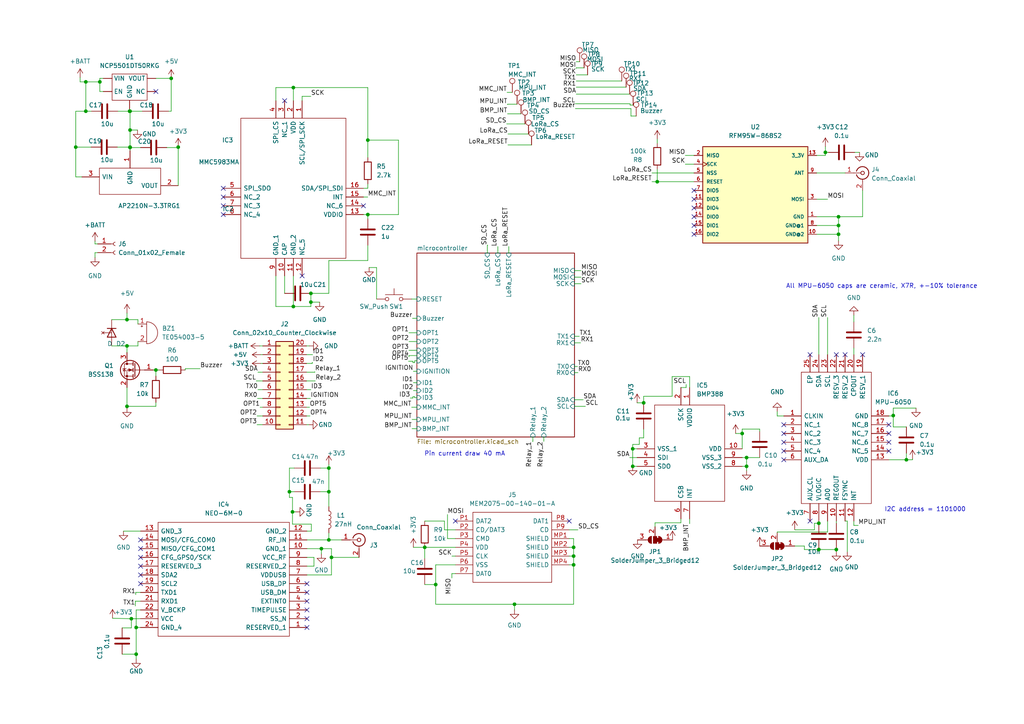
<source format=kicad_sch>
(kicad_sch (version 20211123) (generator eeschema)
  (paper "A4")
  (junction (at 85.09 25.4))
  (junction (at 106.68 62.23))
  (junction (at 36.83 100.33))
  (junction (at 166.37 158.75))
  (junction (at 239.395 44.196))
  (junction (at 126.365 169.545))
  (junction (at 242.57 159.385))
  (junction (at 37.719 37.719))
  (junction (at 28.956 23.749))
  (junction (at 95.377 156.591))
  (junction (at 83.947 142.621))
  (junction (at 123.19 158.75))
  (junction (at 37.719 42.799))
  (junction (at 243.205 65.405))
  (junction (at 243.205 62.865))
  (junction (at 49.657 22.733))
  (junction (at 24.892 32.258))
  (junction (at 95.377 135.763))
  (junction (at 21.971 42.672))
  (junction (at 237.49 151.765))
  (junction (at 39.497 181.991))
  (junction (at 215.265 125.73))
  (junction (at 36.83 117.856))
  (junction (at 36.83 92.71))
  (junction (at 39.497 189.738))
  (junction (at 37.719 32.258))
  (junction (at 262.89 133.35))
  (junction (at 183.515 130.175))
  (junction (at 51.689 42.672))
  (junction (at 166.37 163.83))
  (junction (at 106.68 40.64))
  (junction (at 37.719 42.672))
  (junction (at 90.17 87.63))
  (junction (at 183.515 135.255))
  (junction (at 93.218 159.131))
  (junction (at 96.139 161.671))
  (junction (at 90.17 85.09))
  (junction (at 237.49 159.385))
  (junction (at 216.535 132.715))
  (junction (at 259.08 120.523))
  (junction (at 216.535 135.255))
  (junction (at 85.09 88.9))
  (junction (at 37.592 32.258))
  (junction (at 38.1 179.451))
  (junction (at 24.892 23.749))
  (junction (at 166.37 161.29))
  (junction (at 190.627 52.705))
  (junction (at 45.212 107.315))
  (junction (at 186.69 116.84))
  (junction (at 95.377 142.621))
  (junction (at 84.836 148.463))
  (junction (at 149.225 175.26))
  (junction (at 243.205 67.945))
  (no_connect (at 45.212 26.543))
  (no_connect (at 89.027 181.991))
  (no_connect (at 40.767 169.291))
  (no_connect (at 89.027 174.371))
  (no_connect (at 40.767 161.671))
  (no_connect (at 82.55 29.21))
  (no_connect (at 201.295 65.405))
  (no_connect (at 227.33 128.27))
  (no_connect (at 89.027 169.291))
  (no_connect (at 245.11 102.87))
  (no_connect (at 257.81 125.73))
  (no_connect (at 234.95 151.13))
  (no_connect (at 132.08 151.13))
  (no_connect (at 87.63 80.01))
  (no_connect (at 64.77 62.23))
  (no_connect (at 257.81 130.81))
  (no_connect (at 89.027 176.911))
  (no_connect (at 227.33 133.35))
  (no_connect (at 89.027 179.451))
  (no_connect (at 40.767 159.131))
  (no_connect (at 257.81 123.19))
  (no_connect (at 201.295 55.245))
  (no_connect (at 242.57 102.87))
  (no_connect (at 201.295 57.785))
  (no_connect (at 201.295 62.865))
  (no_connect (at 227.33 123.19))
  (no_connect (at 89.027 171.831))
  (no_connect (at 40.767 166.751))
  (no_connect (at 257.81 128.27))
  (no_connect (at 64.77 54.61))
  (no_connect (at 40.767 164.211))
  (no_connect (at 64.77 57.15))
  (no_connect (at 165.1 151.13))
  (no_connect (at 105.41 59.69))
  (no_connect (at 201.295 67.945))
  (no_connect (at 64.77 59.69))
  (no_connect (at 227.33 125.73))
  (no_connect (at 40.767 156.591))
  (no_connect (at 250.19 102.87))
  (no_connect (at 234.95 102.87))
  (no_connect (at 227.33 130.81))
  (no_connect (at 201.295 60.325))
  (wire (pts (xy 40.767 171.831) (xy 39.37 171.831)))
  (wire (pts (xy 106.68 62.23) (xy 115.57 62.23)))
  (wire (pts (xy 123.19 169.545) (xy 126.365 169.545)))
  (wire (pts (xy 91.059 161.671) (xy 91.059 164.211)))
  (wire (pts (xy 166.624 106.299) (xy 167.513 106.299)))
  (wire (pts (xy 250.19 55.245) (xy 250.19 62.865)))
  (wire (pts (xy 236.855 62.865) (xy 243.205 62.865)))
  (wire (pts (xy 37.719 32.258) (xy 41.275 32.258)))
  (wire (pts (xy 147.066 26.797) (xy 148.59 26.797)))
  (wire (pts (xy 123.19 158.75) (xy 132.08 158.75)))
  (wire (pts (xy 90.17 85.09) (xy 95.377 85.09)))
  (wire (pts (xy 257.81 133.35) (xy 262.89 133.35)))
  (wire (pts (xy 119.507 121.666) (xy 120.904 121.666)))
  (wire (pts (xy 90.297 152.019) (xy 84.836 152.019)))
  (wire (pts (xy 123.19 151.13) (xy 128.905 151.13)))
  (wire (pts (xy 89.027 154.051) (xy 90.297 154.051)))
  (wire (pts (xy 213.36 125.73) (xy 215.265 125.73)))
  (wire (pts (xy 257.81 120.65) (xy 259.08 120.65)))
  (wire (pts (xy 39.878 37.719) (xy 37.719 37.719)))
  (wire (pts (xy 166.624 82.296) (xy 168.529 82.296)))
  (wire (pts (xy 34.163 32.258) (xy 37.592 32.258)))
  (wire (pts (xy 129.794 156.21) (xy 129.794 149.225)))
  (wire (pts (xy 259.08 123.825) (xy 259.08 120.65)))
  (wire (pts (xy 90.297 154.051) (xy 90.297 152.019)))
  (wire (pts (xy 230.505 153.67) (xy 236.22 153.67)))
  (wire (pts (xy 120.269 115.062) (xy 120.269 115.316)))
  (wire (pts (xy 109.22 86.741) (xy 109.22 77.597)))
  (wire (pts (xy 233.299 159.385) (xy 237.49 159.385)))
  (wire (pts (xy 245.745 151.13) (xy 245.11 151.13)))
  (wire (pts (xy 37.592 32.258) (xy 37.719 32.258)))
  (wire (pts (xy 166.624 97.536) (xy 168.021 97.536)))
  (wire (pts (xy 154.559 126.746) (xy 154.559 128.016)))
  (wire (pts (xy 74.676 115.57) (xy 76.2 115.57)))
  (wire (pts (xy 216.535 135.255) (xy 216.535 136.525)))
  (wire (pts (xy 239.395 45.085) (xy 236.855 45.085)))
  (wire (pts (xy 39.497 176.911) (xy 40.767 176.911)))
  (wire (pts (xy 28.956 22.733) (xy 28.956 23.749)))
  (wire (pts (xy 38.1 182.118) (xy 38.1 179.451)))
  (wire (pts (xy 85.344 135.763) (xy 83.947 135.763)))
  (wire (pts (xy 23.241 22.479) (xy 23.241 23.749)))
  (wire (pts (xy 185.42 127) (xy 185.42 128.905)))
  (wire (pts (xy 82.55 80.01) (xy 82.55 85.09)))
  (wire (pts (xy 45.212 117.856) (xy 36.83 117.856)))
  (wire (pts (xy 45.212 22.733) (xy 49.657 22.733)))
  (wire (pts (xy 197.485 150.495) (xy 197.485 151.638)))
  (wire (pts (xy 183.007 31.496) (xy 183.007 33.655)))
  (wire (pts (xy 95.377 142.621) (xy 95.377 146.939)))
  (wire (pts (xy 39.37 171.831) (xy 39.37 172.466)))
  (wire (pts (xy 105.41 54.61) (xy 106.68 54.61)))
  (wire (pts (xy 92.964 135.763) (xy 95.377 135.763)))
  (wire (pts (xy 167.132 23.495) (xy 180.34 23.495)))
  (wire (pts (xy 262.89 123.825) (xy 259.08 123.825)))
  (wire (pts (xy 147.32 42.037) (xy 154.178 42.037)))
  (wire (pts (xy 147.193 30.226) (xy 147.193 30.353)))
  (wire (pts (xy 88.9 100.33) (xy 89.662 100.33)))
  (wire (pts (xy 96.139 161.671) (xy 96.139 159.131)))
  (wire (pts (xy 167.132 17.907) (xy 168.148 17.907)))
  (wire (pts (xy 21.971 42.672) (xy 21.971 32.258)))
  (wire (pts (xy 128.905 151.13) (xy 128.905 153.67)))
  (wire (pts (xy 83.947 144.272) (xy 83.947 142.621)))
  (wire (pts (xy 247.65 151.13) (xy 247.65 152.4)))
  (wire (pts (xy 167.132 19.812) (xy 167.132 19.685)))
  (wire (pts (xy 115.57 40.64) (xy 106.68 40.64)))
  (wire (pts (xy 166.37 158.75) (xy 166.37 156.21)))
  (wire (pts (xy 95.377 85.09) (xy 95.377 75.565)))
  (wire (pts (xy 200.025 150.495) (xy 200.025 151.892)))
  (wire (pts (xy 167.132 25.273) (xy 181.61 25.273)))
  (wire (pts (xy 119.507 124.333) (xy 120.904 124.333)))
  (wire (pts (xy 95.377 154.559) (xy 95.377 156.591)))
  (wire (pts (xy 194.945 114.935) (xy 194.945 109.22)))
  (wire (pts (xy 123.19 158.75) (xy 123.19 161.925)))
  (wire (pts (xy 259.08 118.364) (xy 259.08 120.523)))
  (wire (pts (xy 165.1 158.75) (xy 166.37 158.75)))
  (wire (pts (xy 237.49 92.075) (xy 237.49 102.87)))
  (wire (pts (xy 96.139 166.751) (xy 96.139 161.671)))
  (wire (pts (xy 118.618 101.6) (xy 120.904 101.6)))
  (wire (pts (xy 147.32 38.862) (xy 153.289 38.862)))
  (wire (pts (xy 46.101 107.315) (xy 45.212 107.315)))
  (wire (pts (xy 39.243 174.371) (xy 39.243 175.768)))
  (wire (pts (xy 115.57 62.23) (xy 115.57 40.64)))
  (wire (pts (xy 243.205 62.865) (xy 243.205 65.405)))
  (wire (pts (xy 198.755 45.085) (xy 201.295 45.085)))
  (wire (pts (xy 225.425 120.65) (xy 225.425 119.38)))
  (wire (pts (xy 45.212 109.093) (xy 45.212 107.315)))
  (wire (pts (xy 74.803 107.95) (xy 76.2 107.95)))
  (wire (pts (xy 89.027 159.131) (xy 93.218 159.131)))
  (wire (pts (xy 264.668 133.35) (xy 262.89 133.35)))
  (wire (pts (xy 166.624 115.951) (xy 169.164 115.951)))
  (wire (pts (xy 84.836 148.463) (xy 84.836 144.272)))
  (wire (pts (xy 51.689 42.799) (xy 51.689 53.848)))
  (wire (pts (xy 126.365 163.83) (xy 126.365 169.545)))
  (wire (pts (xy 126.365 169.545) (xy 126.365 175.26)))
  (wire (pts (xy 157.734 126.746) (xy 157.734 128.016)))
  (wire (pts (xy 118.999 115.443) (xy 119.761 115.443)))
  (wire (pts (xy 32.385 100.33) (xy 36.83 100.33)))
  (wire (pts (xy 183.515 128.905) (xy 183.515 130.175)))
  (wire (pts (xy 118.618 99.06) (xy 120.904 99.06)))
  (wire (pts (xy 182.753 30.099) (xy 182.753 30.48)))
  (wire (pts (xy 167.132 19.685) (xy 169.418 19.685)))
  (wire (pts (xy 236.855 65.405) (xy 243.205 65.405)))
  (wire (pts (xy 243.205 65.405) (xy 243.205 67.945)))
  (wire (pts (xy 90.17 87.63) (xy 92.71 87.63)))
  (wire (pts (xy 236.22 153.67) (xy 236.22 151.765)))
  (wire (pts (xy 243.205 67.945) (xy 243.205 69.85)))
  (wire (pts (xy 167.132 27.305) (xy 182.626 27.305)))
  (wire (pts (xy 48.895 32.258) (xy 49.657 32.258)))
  (wire (pts (xy 89.027 161.671) (xy 91.059 161.671)))
  (wire (pts (xy 35.814 154.051) (xy 40.767 154.051)))
  (wire (pts (xy 38.1 179.451) (xy 40.767 179.451)))
  (wire (pts (xy 118.491 104.775) (xy 119.761 104.775)))
  (wire (pts (xy 88.9 107.95) (xy 91.313 107.95)))
  (wire (pts (xy 36.83 112.395) (xy 36.83 117.856)))
  (wire (pts (xy 128.905 153.67) (xy 132.08 153.67)))
  (wire (pts (xy 166.37 156.21) (xy 165.1 156.21)))
  (wire (pts (xy 84.836 148.463) (xy 85.725 148.463)))
  (wire (pts (xy 216.535 132.715) (xy 216.535 135.255)))
  (wire (pts (xy 92.964 142.621) (xy 95.377 142.621)))
  (wire (pts (xy 215.265 124.46) (xy 220.345 124.46)))
  (wire (pts (xy 75.692 102.87) (xy 76.2 102.87)))
  (wire (pts (xy 36.83 100.33) (xy 40.005 100.33)))
  (wire (pts (xy 182.626 132.715) (xy 184.785 132.715)))
  (wire (pts (xy 242.57 151.13) (xy 242.57 151.765)))
  (wire (pts (xy 32.639 179.324) (xy 38.1 179.451)))
  (wire (pts (xy 40.005 93.98) (xy 40.005 92.71)))
  (wire (pts (xy 247.65 152.4) (xy 248.92 152.4)))
  (wire (pts (xy 87.63 27.94) (xy 90.17 27.94)))
  (wire (pts (xy 119.38 86.741) (xy 120.904 86.741)))
  (wire (pts (xy 39.497 191.135) (xy 39.497 189.738)))
  (wire (pts (xy 119.761 104.775) (xy 119.761 105.156)))
  (wire (pts (xy 120.269 115.316) (xy 120.904 115.316)))
  (wire (pts (xy 95.377 75.565) (xy 106.68 75.565)))
  (wire (pts (xy 106.68 62.23) (xy 106.68 63.5)))
  (wire (pts (xy 89.027 164.211) (xy 91.059 164.211)))
  (wire (pts (xy 120.269 105.156) (xy 120.269 104.648)))
  (wire (pts (xy 36.83 117.856) (xy 36.83 118.364)))
  (wire (pts (xy 88.9 105.41) (xy 90.551 105.41)))
  (wire (pts (xy 39.497 181.991) (xy 40.767 181.991)))
  (wire (pts (xy 237.49 151.13) (xy 237.49 151.765)))
  (wire (pts (xy 236.855 57.785) (xy 240.03 57.785)))
  (wire (pts (xy 96.139 161.671) (xy 104.14 161.671)))
  (wire (pts (xy 149.225 175.26) (xy 166.37 175.26)))
  (wire (pts (xy 95.377 156.591) (xy 99.06 156.591)))
  (wire (pts (xy 216.535 132.715) (xy 220.345 132.715)))
  (wire (pts (xy 37.719 42.799) (xy 40.767 42.799)))
  (wire (pts (xy 239.395 44.196) (xy 240.284 44.196)))
  (wire (pts (xy 93.218 159.131) (xy 96.139 159.131)))
  (wire (pts (xy 131.064 166.37) (xy 132.08 166.37)))
  (wire (pts (xy 166.878 31.496) (xy 183.007 31.496)))
  (wire (pts (xy 240.03 92.075) (xy 240.03 102.87)))
  (wire (pts (xy 36.83 90.805) (xy 36.83 92.71)))
  (wire (pts (xy 154.559 128.016) (xy 154.432 128.016)))
  (wire (pts (xy 90.17 85.09) (xy 90.17 87.63)))
  (wire (pts (xy 37.719 42.799) (xy 37.719 43.688)))
  (wire (pts (xy 247.65 100.965) (xy 247.65 102.87)))
  (wire (pts (xy 166.624 108.077) (xy 167.64 108.077)))
  (wire (pts (xy 141.351 71.12) (xy 141.478 71.12)))
  (wire (pts (xy 147.574 71.501) (xy 147.574 73.406)))
  (wire (pts (xy 189.103 50.165) (xy 201.295 50.165)))
  (wire (pts (xy 21.971 32.258) (xy 24.892 32.258)))
  (wire (pts (xy 239.395 42.545) (xy 239.395 44.196)))
  (wire (pts (xy 83.947 142.621) (xy 85.344 142.621)))
  (wire (pts (xy 23.241 23.749) (xy 24.892 23.749)))
  (wire (pts (xy 21.971 51.308) (xy 21.971 42.672)))
  (wire (pts (xy 27.559 70.739) (xy 27.559 69.977)))
  (wire (pts (xy 186.69 114.935) (xy 194.945 114.935)))
  (wire (pts (xy 189.992 151.638) (xy 197.485 151.638)))
  (wire (pts (xy 90.17 88.9) (xy 85.09 88.9)))
  (wire (pts (xy 88.9 113.03) (xy 90.17 113.03)))
  (wire (pts (xy 200.025 109.22) (xy 200.025 112.395)))
  (wire (pts (xy 87.63 29.21) (xy 87.63 27.94)))
  (wire (pts (xy 106.68 25.4) (xy 85.09 25.4)))
  (wire (pts (xy 37.719 37.719) (xy 37.719 42.672)))
  (wire (pts (xy 53.721 106.934) (xy 53.721 107.315)))
  (wire (pts (xy 190.627 40.386) (xy 190.627 41.529)))
  (wire (pts (xy 194.945 109.22) (xy 200.025 109.22)))
  (wire (pts (xy 190.627 52.705) (xy 201.295 52.705)))
  (wire (pts (xy 119.634 92.329) (xy 120.904 92.329)))
  (wire (pts (xy 24.892 23.749) (xy 28.956 23.749)))
  (wire (pts (xy 166.37 161.29) (xy 166.37 158.75)))
  (wire (pts (xy 37.719 42.672) (xy 37.719 42.799)))
  (wire (pts (xy 95.377 135.763) (xy 95.377 142.621)))
  (wire (pts (xy 120.269 104.648) (xy 120.904 104.648)))
  (wire (pts (xy 118.618 103.124) (xy 120.904 103.124)))
  (wire (pts (xy 35.433 182.118) (xy 38.1 182.118)))
  (wire (pts (xy 126.365 175.26) (xy 149.225 175.26)))
  (wire (pts (xy 215.265 130.175) (xy 215.265 125.73)))
  (wire (pts (xy 88.9 115.57) (xy 90.043 115.57)))
  (wire (pts (xy 91.313 107.95) (xy 91.313 107.823)))
  (wire (pts (xy 183.515 130.175) (xy 183.515 135.255)))
  (wire (pts (xy 95.377 134.747) (xy 95.377 135.763)))
  (wire (pts (xy 245.745 160.02) (xy 245.745 151.13)))
  (wire (pts (xy 88.9 118.11) (xy 89.789 118.11)))
  (wire (pts (xy 166.878 30.099) (xy 182.753 30.099)))
  (wire (pts (xy 37.719 32.258) (xy 37.719 37.719)))
  (wire (pts (xy 215.265 135.255) (xy 216.535 135.255)))
  (wire (pts (xy 85.09 29.21) (xy 85.09 25.4)))
  (wire (pts (xy 75.692 105.41) (xy 76.2 105.41)))
  (wire (pts (xy 240.03 154.305) (xy 225.425 154.305)))
  (wire (pts (xy 149.987 30.226) (xy 147.193 30.226)))
  (wire (pts (xy 237.49 159.385) (xy 242.57 159.385)))
  (wire (pts (xy 90.17 87.63) (xy 90.17 88.9)))
  (wire (pts (xy 37.592 32.258) (xy 37.592 31.623)))
  (wire (pts (xy 199.009 112.395) (xy 199.009 111.506)))
  (wire (pts (xy 119.888 110.998) (xy 120.904 110.998)))
  (wire (pts (xy 24.892 23.749) (xy 24.892 32.258)))
  (wire (pts (xy 106.68 40.64) (xy 106.68 25.4)))
  (wire (pts (xy 225.425 154.305) (xy 225.425 154.559)))
  (wire (pts (xy 119.888 158.75) (xy 123.19 158.75)))
  (wire (pts (xy 76.2 120.65) (xy 74.549 120.65)))
  (wire (pts (xy 242.57 159.385) (xy 242.57 160.02)))
  (wire (pts (xy 215.265 125.73) (xy 215.265 124.46)))
  (wire (pts (xy 74.803 113.03) (xy 76.2 113.03)))
  (wire (pts (xy 165.1 161.29) (xy 166.37 161.29)))
  (wire (pts (xy 119.888 113.284) (xy 120.904 113.284)))
  (wire (pts (xy 36.83 92.71) (xy 32.385 92.71)))
  (wire (pts (xy 243.205 62.865) (xy 250.19 62.865)))
  (wire (pts (xy 166.624 117.856) (xy 169.799 117.856)))
  (wire (pts (xy 118.618 103.505) (xy 118.618 103.124)))
  (wire (pts (xy 28.956 26.543) (xy 29.972 26.543)))
  (wire (pts (xy 198.755 47.625) (xy 201.295 47.625)))
  (wire (pts (xy 105.41 57.15) (xy 106.68 57.15)))
  (wire (pts (xy 106.68 45.72) (xy 106.68 40.64)))
  (wire (pts (xy 184.785 135.255) (xy 183.515 135.255)))
  (wire (pts (xy 35.433 189.738) (xy 39.497 189.738)))
  (wire (pts (xy 265.684 118.364) (xy 259.08 118.364)))
  (wire (pts (xy 165.1 163.83) (xy 166.37 163.83)))
  (wire (pts (xy 85.09 25.4) (xy 80.01 25.4)))
  (wire (pts (xy 28.321 70.739) (xy 27.559 70.739)))
  (wire (pts (xy 75.311 100.33) (xy 76.2 100.33)))
  (wire (pts (xy 29.972 22.733) (xy 28.956 22.733)))
  (wire (pts (xy 185.42 128.905) (xy 183.515 128.905)))
  (wire (pts (xy 75.438 118.11) (xy 76.2 118.11)))
  (wire (pts (xy 39.497 189.738) (xy 39.497 181.991)))
  (wire (pts (xy 27.559 73.279) (xy 27.559 74.676)))
  (wire (pts (xy 147.193 33.02) (xy 151.13 33.02)))
  (wire (pts (xy 239.395 44.196) (xy 239.395 45.085)))
  (wire (pts (xy 39.497 181.991) (xy 39.497 176.911)))
  (wire (pts (xy 80.01 80.01) (xy 80.01 88.9)))
  (wire (pts (xy 233.299 158.369) (xy 233.299 159.385)))
  (wire (pts (xy 230.505 158.369) (xy 233.299 158.369)))
  (wire (pts (xy 119.761 115.443) (xy 119.761 115.062)))
  (wire (pts (xy 119.761 115.062) (xy 120.269 115.062)))
  (wire (pts (xy 166.624 99.441) (xy 168.402 99.441)))
  (wire (pts (xy 166.37 175.26) (xy 166.37 163.83)))
  (wire (pts (xy 88.9 110.49) (xy 91.44 110.49)))
  (wire (pts (xy 105.41 62.23) (xy 106.68 62.23)))
  (wire (pts (xy 131.064 166.37) (xy 131.064 167.64)))
  (wire (pts (xy 131.064 161.29) (xy 132.08 161.29)))
  (wire (pts (xy 247.65 91.44) (xy 247.65 93.345)))
  (wire (pts (xy 262.89 133.35) (xy 262.89 131.445)))
  (wire (pts (xy 88.9 123.19) (xy 89.535 123.19)))
  (wire (pts (xy 89.027 166.751) (xy 96.139 166.751)))
  (wire (pts (xy 146.939 35.941) (xy 152.273 35.941)))
  (wire (pts (xy 24.892 32.258) (xy 26.543 32.258)))
  (wire (pts (xy 28.956 23.749) (xy 28.956 26.543)))
  (wire (pts (xy 166.37 163.83) (xy 166.37 161.29)))
  (wire (pts (xy 74.295 110.49) (xy 76.2 110.49)))
  (wire (pts (xy 119.888 107.696) (xy 120.904 107.696)))
  (wire (pts (xy 240.03 151.13) (xy 240.03 154.305)))
  (wire (pts (xy 132.08 163.83) (xy 126.365 163.83)))
  (wire (pts (xy 80.01 88.9) (xy 85.09 88.9)))
  (wire (pts (xy 45.212 116.713) (xy 45.212 117.856)))
  (wire (pts (xy 166.624 80.391) (xy 168.529 80.391)))
  (wire (pts (xy 21.971 42.672) (xy 26.416 42.672)))
  (wire (pts (xy 197.485 112.395) (xy 199.009 112.395)))
  (wire (pts (xy 184.785 116.84) (xy 186.69 116.84)))
  (wire (pts (xy 83.947 135.763) (xy 83.947 142.621)))
  (wire (pts (xy 40.005 100.33) (xy 40.005 99.06)))
  (wire (pts (xy 185.42 127) (xy 186.69 127)))
  (wire (pts (xy 183.515 130.175) (xy 184.785 130.175)))
  (wire (pts (xy 165.1 153.67) (xy 167.64 153.67)))
  (wire (pts (xy 166.624 78.486) (xy 168.529 78.486)))
  (wire (pts (xy 186.69 127) (xy 186.69 124.46)))
  (wire (pts (xy 119.38 118.11) (xy 120.904 118.11)))
  (wire (pts (xy 85.09 88.9) (xy 85.09 80.01)))
  (wire (pts (xy 80.01 25.4) (xy 80.01 29.21)))
  (wire (pts (xy 48.387 42.799) (xy 51.689 42.799)))
  (wire (pts (xy 236.22 151.765) (xy 237.49 151.765)))
  (wire (pts (xy 119.761 105.156) (xy 120.269 105.156)))
  (wire (pts (xy 90.551 105.156) (xy 90.678 105.156)))
  (wire (pts (xy 220.345 124.46) (xy 220.345 125.095)))
  (wire (pts (xy 93.218 159.131) (xy 93.218 160.655)))
  (wire (pts (xy 23.749 51.308) (xy 21.971 51.308)))
  (wire (pts (xy 40.767 174.371) (xy 39.243 174.371)))
  (wire (pts (xy 90.551 105.41) (xy 90.551 105.156)))
  (wire (pts (xy 132.08 156.21) (xy 129.794 156.21)))
  (wire (pts (xy 141.351 73.406) (xy 141.351 71.12)))
  (wire (pts (xy 45.212 107.315) (xy 44.45 107.315)))
  (wire (pts (xy 215.265 132.715) (xy 216.535 132.715)))
  (wire (pts (xy 49.657 32.258) (xy 49.657 22.733)))
  (wire (pts (xy 144.399 71.501) (xy 144.399 73.406)))
  (wire (pts (xy 58.039 106.934) (xy 53.721 106.934)))
  (wire (pts (xy 89.027 156.591) (xy 95.377 156.591)))
  (wire (pts (xy 190.627 49.149) (xy 190.627 52.705)))
  (wire (pts (xy 84.836 144.272) (xy 83.947 144.272)))
  (wire (pts (xy 167.132 21.717) (xy 170.434 21.717)))
  (wire (pts (xy 236.855 67.945) (xy 243.205 67.945)))
  (wire (pts (xy 182.753 30.48) (xy 183.642 30.48)))
  (wire (pts (xy 36.83 100.33) (xy 36.83 102.235)))
  (wire (pts (xy 107.061 77.597) (xy 109.22 77.597)))
  (wire (pts (xy 34.036 42.672) (xy 37.719 42.672)))
  (wire (pts (xy 247.904 44.196) (xy 249.301 44.196)))
  (wire (pts (xy 106.68 75.565) (xy 106.68 71.12)))
  (wire (pts (xy 27.559 73.279) (xy 28.321 73.279)))
  (wire (pts (xy 40.005 92.71) (xy 36.83 92.71)))
  (wire (pts (xy 76.2 123.19) (xy 74.549 123.19)))
  (wire (pts (xy 186.69 116.84) (xy 186.69 114.935)))
  (wire (pts (xy 227.33 120.65) (xy 225.425 120.65)))
  (wire (pts (xy 88.9 102.87) (xy 90.678 102.87)))
  (wire (pts (xy 189.992 151.638) (xy 189.992 152.781)))
  (wire (pts (xy 88.9 120.65) (xy 89.916 120.65)))
  (wire (pts (xy 236.855 50.165) (xy 245.11 50.165)))
  (wire (pts (xy 106.68 54.61) (xy 106.68 53.34)))
  (wire (pts (xy 264.668 133.096) (xy 264.668 133.35)))
  (wire (pts (xy 149.225 176.911) (xy 149.225 175.26)))
  (wire (pts (xy 118.618 96.52) (xy 120.904 96.52)))
  (wire (pts (xy 183.007 33.655) (xy 184.531 33.655)))
  (wire (pts (xy 189.103 52.705) (xy 190.627 52.705)))
  (wire (pts (xy 84.836 152.019) (xy 84.836 148.463)))
  (text "I2C address = 1101000" (at 256.54 148.59 0) (effects (font (size 1.27 1.27)) (justify left bottom)))
  (text "All MPU-6050 caps are ceramic, X7R, +-10% tolerance" (at 227.965 83.82 0) (effects (font (size 1.27 1.27)) (justify left bottom)))
  (text "Pin current draw 40 mA\n" (at 123.063 132.461 0) (effects (font (size 1.27 1.27)) (justify left bottom)))
  (label "RX0" (at 167.64 108.077 0))
  (label "SCL" (at 240.03 92.075 90))
  (label "Buzzer" (at 119.634 92.329 180))
  (label "LoRa_CS" (at 147.32 38.862 180))
  (label "SDA" (at 74.803 107.95 180))
  (label "SD_CS" (at 141.478 71.12 90))
  (label "RX1" (at 167.132 25.273 180))
  (label "BMP_INT" (at 119.507 124.333 180))
  (label "TX0" (at 74.803 113.03 180))
  (label "SCL" (at 166.878 30.099 180))
  (label "SD_CS" (at 167.64 153.67 0))
  (label "MPU_INT" (at 248.92 152.4 0))
  (label "TX1" (at 168.021 97.536 0))
  (label "OPT1" (at 75.438 118.11 180))
  (label "SCK" (at 90.17 27.94 0))
  (label "MISO" (at 167.132 17.907 180))
  (label "MPU_INT" (at 147.193 30.353 180))
  (label "LoRa_CS" (at 144.399 71.501 90))
  (label "OPT3" (at 118.618 101.6 180))
  (label "SCK" (at 168.529 82.296 0))
  (label "SCK" (at 167.132 21.717 180))
  (label "OPT4" (at 118.618 103.505 180))
  (label "ID2" (at 90.678 105.156 0))
  (label "BMP_INT" (at 200.025 151.892 270))
  (label "MMC_INT" (at 119.38 118.11 180))
  (label "SCK" (at 131.064 161.29 180))
  (label "OPT2" (at 118.618 99.06 180))
  (label "LoRa_CS" (at 189.103 50.165 180))
  (label "ID3" (at 90.17 113.03 0))
  (label "SCK" (at 198.755 47.625 180))
  (label "MISO" (at 168.529 78.486 0))
  (label "MOSI" (at 129.794 149.225 0))
  (label "MOSI" (at 168.529 80.391 0))
  (label "SDA" (at 237.49 92.075 90))
  (label "Relay_1" (at 91.313 107.823 0))
  (label "IGNITION" (at 90.043 115.57 0))
  (label "SDA" (at 167.132 27.305 180))
  (label "Relay_2" (at 157.734 128.016 270))
  (label "Relay_1" (at 154.432 128.016 270))
  (label "SCL" (at 74.295 110.49 180))
  (label "SDA" (at 169.164 115.951 0))
  (label "MMC_INT" (at 106.68 57.15 0))
  (label "TX0" (at 167.513 106.299 0))
  (label "OPT3" (at 74.549 123.19 180))
  (label "ID1" (at 119.888 110.998 180))
  (label "MMC_INT" (at 147.066 26.797 180))
  (label "SD_CS" (at 146.939 35.941 180))
  (label "LoRa_RESET" (at 147.574 71.501 90))
  (label "RX0" (at 74.676 115.57 180))
  (label "MOSI" (at 167.132 19.812 180))
  (label "OPT5" (at 118.491 104.775 180))
  (label "SCL" (at 199.009 111.506 180))
  (label "LoRa_RESET" (at 189.103 52.705 180))
  (label "Buzzer" (at 166.878 31.496 180))
  (label "TX1" (at 39.243 175.768 180))
  (label "ID1" (at 90.678 102.87 0))
  (label "RX1" (at 39.37 172.466 180))
  (label "RX1" (at 168.402 99.441 0))
  (label "TX1" (at 167.132 23.495 180))
  (label "IGNITION" (at 119.888 107.696 180))
  (label "Relay_2" (at 91.44 110.49 0))
  (label "ID3" (at 118.999 115.443 180))
  (label "OPT2" (at 74.549 120.65 180))
  (label "SDA" (at 182.626 132.715 180))
  (label "OPT1" (at 118.618 96.52 180))
  (label "MISO" (at 131.064 167.64 270))
  (label "BMP_INT" (at 147.193 33.02 180))
  (label "LoRa_RESET" (at 147.32 42.037 180))
  (label "SCL" (at 169.799 117.856 0))
  (label "OPT4" (at 89.916 120.65 0))
  (label "OPT5" (at 89.789 118.11 0))
  (label "Buzzer" (at 58.039 106.934 0))
  (label "ID2" (at 119.888 113.284 180))
  (label "MPU_INT" (at 119.507 121.666 180))
  (label "MOSI" (at 240.03 57.785 0))
  (label "MISO" (at 198.755 45.085 180))
  (symbol (lib_id "custom:NCP5501DT50RKG") (at 36.322 20.193 0) (unit 1)
    (property "Reference" "U1" (at 37.592 16.51 0))
    (property "Value" "NCP5501DT50RKG" (at 37.592 19.05 0))
    (property "Footprint" "Footprint:NCP5501DT50RKG" (effects hide))
  )
  (symbol (lib_id "Device:C") (at 186.69 120.65 0) (mirror y) (unit 1)
    (property "Reference" "C11" (at 178.816 119.253 0) (effects (justify right)))
    (property "Value" "0.1u" (at 178.435 121.285 0) (effects (justify right)))
    (property "Footprint" "Capacitor_SMD:C_0603_1608Metric" (effects hide))
  )
  (symbol (lib_id "power:GND") (at 265.684 118.364 0) (unit 1)
    (property "Reference" "#PWR037" (effects hide))
    (property "Value" "GND" (at 265.684 123.444 0))
  )
  (symbol (lib_id "power:+3V3") (at 95.377 134.747 0) (unit 1)
    (property "Reference" "#PWR019" (effects hide))
    (property "Value" "+3V3" (at 97.536 131.445 0))
  )
  (symbol (lib_id "Device:C") (at 45.085 32.258 90) (unit 1)
    (property "Reference" "C18" (at 42.418 30.48 90))
    (property "Value" "10u" (at 45.847 35.941 90))
    (property "Footprint" "Capacitor_SMD:C_0603_1608Metric" (effects hide))
  )
  (symbol (lib_id "power:+BATT") (at 27.559 69.977 0) (unit 1)
    (property "Reference" "#PWR015" (effects hide))
    (property "Value" "+BATT" (at 27.559 65.278 0))
  )
  (symbol (lib_id "power:GND") (at 183.515 135.255 0) (unit 1)
    (property "Reference" "#PWR024" (effects hide))
    (property "Value" "GND" (at 187.325 137.16 0))
  )
  (symbol (lib_id "power:GND") (at 39.497 191.135 0) (unit 1)
    (property "Reference" "#PWR08" (effects hide))
    (property "Value" "GND" (at 39.497 194.691 0))
  )
  (symbol (lib_id "Device:R") (at 106.68 49.53 0) (unit 1)
    (property "Reference" "R5" (at 109.22 48.2599 0) (effects (justify left)))
    (property "Value" "2.7k" (at 109.22 50.7999 0) (effects (justify left)))
    (property "Footprint" "Resistor_SMD:R_0603_1608Metric" (effects hide))
  )
  (symbol (lib_id "Connector:TestPoint") (at 168.148 17.907 0) (unit 1)
    (property "Reference" "TP7" (at 168.656 12.954 0) (effects (justify left)))
    (property "Value" "MISO" (at 168.91 14.478 0) (effects (justify left)))
    (property "Footprint" "TestPoint:TestPoint_Pad_D1.0mm" (effects hide))
  )
  (symbol (lib_id "Connector:TestPoint") (at 169.418 19.685 0) (unit 1)
    (property "Reference" "TP8" (at 170.434 15.7481 0) (effects (justify left)))
    (property "Value" "MOSI" (at 170.18 17.145 0) (effects (justify left)))
    (property "Footprint" "TestPoint:TestPoint_Pad_D1.0mm" (effects hide))
  )
  (symbol (lib_id "Switch:SW_Push") (at 114.3 86.741 0) (unit 1)
    (property "Reference" "SW1" (at 114.935 88.9 0))
    (property "Value" "SW_Push" (at 108.458 88.9 0))
    (property "Footprint" "Footprint:PTS815SJK250SMTRLFS" (effects hide))
  )
  (symbol (lib_id "power:GND") (at 89.535 123.19 90) (unit 1)
    (property "Reference" "#PWR040" (effects hide))
    (property "Value" "GND" (at 92.329 123.19 90) (effects (justify right)))
  )
  (symbol (lib_id "power:GND") (at 39.878 37.719 0) (unit 1)
    (property "Reference" "#PWR07" (effects hide))
    (property "Value" "GND" (at 43.307 38.862 0))
  )
  (symbol (lib_id "Device:C") (at 242.57 155.575 0) (unit 1)
    (property "Reference" "C8" (at 246.38 154.3049 0) (effects (justify left)))
    (property "Value" "0.1u" (at 246.38 156.8449 0) (effects (justify left)))
    (property "Footprint" "Capacitor_SMD:C_0603_1608Metric" (effects hide))
  )
  (symbol (lib_id "Device:R") (at 190.627 45.339 180) (unit 1)
    (property "Reference" "R8" (at 186.309 46.355 0) (effects (justify left)))
    (property "Value" "100k" (at 187.579 43.815 0) (effects (justify left)))
    (property "Footprint" "Resistor_SMD:R_0603_1608Metric" (effects hide))
  )
  (symbol (lib_id "Device:C") (at 44.577 42.799 90) (unit 1)
    (property "Reference" "C20" (at 41.91 41.021 90))
    (property "Value" "10u" (at 45.339 46.482 90))
    (property "Footprint" "Capacitor_SMD:C_0603_1608Metric" (effects hide))
  )
  (symbol (lib_id "power:+3V3") (at 184.785 116.84 0) (unit 1)
    (property "Reference" "#PWR025" (effects hide))
    (property "Value" "+3V3" (at 183.007 116.459 90) (effects (justify left)))
  )
  (symbol (lib_id "power:+3V3") (at 119.888 158.75 0) (unit 1)
    (property "Reference" "#PWR022" (effects hide))
    (property "Value" "+3V3" (at 119.888 154.94 90) (effects (justify left)))
  )
  (symbol (lib_id "Connector:TestPoint") (at 184.531 33.655 0) (unit 1)
    (property "Reference" "TP14" (at 185.801 30.48 0) (effects (justify left)))
    (property "Value" "Buzzer" (at 185.674 32.131 0) (effects (justify left)))
    (property "Footprint" "TestPoint:TestPoint_Pad_D1.0mm" (effects hide))
  )
  (symbol (lib_id "power:+3V3") (at 51.689 42.672 0) (unit 1)
    (property "Reference" "#PWR010" (effects hide))
    (property "Value" "+3V3" (at 51.689 38.1 0))
  )
  (symbol (lib_id "power:GND") (at 149.225 176.911 0) (unit 1)
    (property "Reference" "#PWR023" (effects hide))
    (property "Value" "GND" (at 149.225 181.356 0))
  )
  (symbol (lib_id "Device:C") (at 262.89 127.635 0) (unit 1)
    (property "Reference" "C7" (at 266.7 126.3649 0) (effects (justify left)))
    (property "Value" "0.1u" (at 266.7 128.9049 0) (effects (justify left)))
    (property "Footprint" "Capacitor_SMD:C_0603_1608Metric" (effects hide))
  )
  (symbol (lib_id "power:+3V3") (at 32.639 179.324 0) (mirror y) (unit 1)
    (property "Reference" "#PWR03" (effects hide))
    (property "Value" "+3V3" (at 35.814 177.546 0))
  )
  (symbol (lib_id "Device:C") (at 35.433 185.928 0) (unit 1)
    (property "Reference" "C13" (at 28.956 189.357 90))
    (property "Value" "0.1u" (at 30.988 186.055 90))
    (property "Footprint" "Capacitor_SMD:C_0603_1608Metric" (effects hide))
  )
  (symbol (lib_id "Connector:TestPoint") (at 170.434 21.717 0) (unit 1)
    (property "Reference" "TP9" (at 171.196 18.542 0) (effects (justify left)))
    (property "Value" "SCK" (at 171.45 20.066 0) (effects (justify left)))
    (property "Footprint" "TestPoint:TestPoint_Pad_D1.0mm" (effects hide))
  )
  (symbol (lib_id "Device:C") (at 123.19 165.735 0) (unit 1)
    (property "Reference" "C16" (at 118.999 163.195 0) (effects (justify left)))
    (property "Value" "10u" (at 116.84 165.608 0) (effects (justify left)))
    (property "Footprint" "Capacitor_SMD:C_0603_1608Metric" (effects hide))
  )
  (symbol (lib_id "power:GND") (at 245.745 160.02 0) (unit 1)
    (property "Reference" "#PWR033" (effects hide))
    (property "Value" "GND" (at 247.015 164.465 0))
  )
  (symbol (lib_id "Connector:TestPoint") (at 153.289 38.862 0) (unit 1)
    (property "Reference" "TP5" (at 154.305 34.163 0) (effects (justify left)))
    (property "Value" "LoRa_CS" (at 153.924 35.941 0) (effects (justify left)))
    (property "Footprint" "TestPoint:TestPoint_Pad_D1.0mm" (effects hide))
  )
  (symbol (lib_id "power:GND") (at 85.725 148.463 90) (unit 1)
    (property "Reference" "#PWR014" (effects hide))
    (property "Value" "GND" (at 89.662 147.955 0))
  )
  (symbol (lib_id "Connector:TestPoint") (at 151.13 33.02 0) (unit 1)
    (property "Reference" "TP3" (at 151.384 27.051 0) (effects (justify left)))
    (property "Value" "BMP_INT" (at 151.511 28.956 0) (effects (justify left)))
    (property "Footprint" "TestPoint:TestPoint_Pad_D1.0mm" (effects hide))
  )
  (symbol (lib_id "Device:L") (at 95.377 150.749 0) (unit 1)
    (property "Reference" "L1" (at 97.663 149.4789 0) (effects (justify left)))
    (property "Value" "27nH" (at 97.028 152.019 0) (effects (justify left)))
    (property "Footprint" "Inductor_SMD:L_0402_1005Metric" (effects hide))
  )
  (symbol (lib_id "Device:C") (at 30.226 42.672 90) (unit 1)
    (property "Reference" "C19" (at 27.559 40.894 90))
    (property "Value" "10u" (at 30.988 46.355 90))
    (property "Footprint" "Capacitor_SMD:C_0603_1608Metric" (effects hide))
  )
  (symbol (lib_id "power:+5V") (at 36.83 90.805 0) (unit 1)
    (property "Reference" "#PWR04" (effects hide))
    (property "Value" "+5V" (at 36.83 85.09 0))
  )
  (symbol (lib_id "Device:C") (at 89.154 135.763 90) (unit 1)
    (property "Reference" "C14" (at 86.487 132.461 90))
    (property "Value" "47n" (at 90.551 132.461 90))
    (property "Footprint" "Capacitor_SMD:C_0603_1608Metric" (effects hide))
  )
  (symbol (lib_id "Device:R") (at 49.911 107.315 270) (mirror x) (unit 1)
    (property "Reference" "R6" (at 49.911 101.6 90))
    (property "Value" "100" (at 49.911 104.14 90))
    (property "Footprint" "Resistor_SMD:R_0603_1608Metric" (effects hide))
  )
  (symbol (lib_id "power:+5V") (at 49.657 22.733 0) (unit 1)
    (property "Reference" "#PWR09" (effects hide))
    (property "Value" "+5V" (at 49.657 17.78 0))
  )
  (symbol (lib_id "Device:C") (at 106.68 67.31 0) (unit 1)
    (property "Reference" "C22" (at 110.49 66.0399 0) (effects (justify left)))
    (property "Value" "1u" (at 110.49 68.5799 0) (effects (justify left)))
    (property "Footprint" "Capacitor_SMD:C_0603_1608Metric" (effects hide))
  )
  (symbol (lib_id "power:+3V3") (at 239.395 42.545 0) (unit 1)
    (property "Reference" "#PWR0102" (effects hide))
    (property "Value" "+3V3" (at 239.395 36.83 0))
  )
  (symbol (lib_id "Connector:TestPoint") (at 148.59 26.797 0) (unit 1)
    (property "Reference" "TP1" (at 147.32 19.05 0) (effects (justify left)))
    (property "Value" "MMC_INT" (at 147.32 21.59 0) (effects (justify left)))
    (property "Footprint" "TestPoint:TestPoint_Pad_D1.0mm" (effects hide))
  )
  (symbol (lib_id "Connector:TestPoint") (at 183.642 30.48 0) (unit 1)
    (property "Reference" "TP13" (at 184.658 27.051 0) (effects (justify left)))
    (property "Value" "SCL" (at 184.404 28.829 0) (effects (justify left)))
    (property "Footprint" "TestPoint:TestPoint_Pad_D1.0mm" (effects hide))
  )
  (symbol (lib_id "Jumper:SolderJumper_3_Bridged12") (at 225.425 158.369 180) (unit 1)
    (property "Reference" "JP2" (at 225.425 162.052 0))
    (property "Value" "SolderJumper_3_Bridged12" (at 225.425 164.592 0))
    (property "Footprint" "Jumper:SolderJumper-3_P1.3mm_Bridged12_Pad1.0x1.5mm_NumberLabels" (effects hide))
  )
  (symbol (lib_id "MMC5983MA:MMC5983MA") (at 64.77 54.61 0) (unit 1)
    (property "Reference" "IC3" (at 66.04 40.64 0))
    (property "Value" "MMC5983MA" (at 63.5 46.99 0))
    (property "Footprint" "Footprint:MMC5983MA" (effects hide))
    (property "Datasheet" "https://www.mouser.com/datasheet/2/821/Memsic_09102019_MMC5983MA_Datasheet_Rev_A-1635338.pdf" (effects hide))
    (property "Description" "3-AXIS MAGNETIC SENSOR" (effects hide))
    (property "Height" "1" (effects hide))
    (property "Manufacturer_Name" "MEMSIC" (effects hide))
    (property "Manufacturer_Part_Number" "MMC5983MA" (effects hide))
    (property "Mouser Part Number" "438-MMC5983MA" (effects hide))
    (property "Mouser Price/Stock" "https://www.mouser.co.uk/ProductDetail/MEMSIC/MMC5983MA?qs=B6kkDfuK7%2FD5qasHMdEt2g%3D%3D" (effects hide))
    (property "Arrow Part Number" "MMC5983MA" (effects hide))
    (property "Arrow Price/Stock" "https://www.arrow.com/en/products/mmc5983ma/memsic?region=europe" (effects hide))
  )
  (symbol (lib_id "power:+3V3") (at 264.668 133.096 0) (mirror y) (unit 1)
    (property "Reference" "#PWR036" (effects hide))
    (property "Value" "+3V3" (at 268.224 131.191 0))
  )
  (symbol (lib_id "power:GND") (at 225.425 119.38 180) (unit 1)
    (property "Reference" "#PWR030" (effects hide))
    (property "Value" "GND" (at 225.425 113.665 0))
  )
  (symbol (lib_id "power:+BATT") (at 75.311 100.33 90) (unit 1)
    (property "Reference" "#PWR011" (effects hide))
    (property "Value" "+BATT" (at 72.136 100.3299 90) (effects (justify left)))
  )
  (symbol (lib_id "AP2210N-3.3TRG1:AP2210N-3.3TRG1") (at 51.689 51.308 0) (mirror y) (unit 1)
    (property "Reference" "IC2" (at 66.167 60.579 0))
    (property "Value" "AP2210N-3.3TRG1" (at 43.307 59.69 0))
    (property "Footprint" "Footprint:SOT95P280X145-3N" (effects hide))
    (property "Datasheet" "https://datasheet.datasheetarchive.com/originals/distributors/Datasheets_SAMA/11c7b06ddc65ce3f1395e62eca004054.pdf" (effects hide))
    (property "Description" "DiodesZetex AP2210N-3.3TRG1, Low Noise LDO Voltage Regulator, 300mA, 3.3 V +/-2%, 2.5  13.2 Vin, 3-Pin SOT-23" (effects hide))
    (property "Height" "1.45" (effects hide))
    (property "Manufacturer_Name" "Diodes Inc." (effects hide))
    (property "Manufacturer_Part_Number" "AP2210N-3.3TRG1" (effects hide))
    (property "Mouser Part Number" "621-AP2210N-3.3TRG1" (effects hide))
    (property "Mouser Price/Stock" "https://www.mouser.co.uk/ProductDetail/Diodes-Incorporated/AP2210N-3.3TRG1?qs=x6A8l6qLYDCg5Ghihwjj3A%3D%3D" (effects hide))
    (property "Arrow Part Number" "AP2210N-3.3TRG1" (effects hide))
    (property "Arrow Price/Stock" "https://www.arrow.com/en/products/ap2210n-3.3trg1/diodes-incorporated?region=europe" (effects hide))
  )
  (symbol (lib_id "Device:R") (at 123.19 154.94 0) (unit 1)
    (property "Reference" "R9" (at 125.73 153.6699 0) (effects (justify left)))
    (property "Value" "10k" (at 125.73 156.2099 0) (effects (justify left)))
    (property "Footprint" "Resistor_SMD:R_0603_1608Metric" (effects hide))
  )
  (symbol (lib_id "power:+3V3") (at 230.505 153.67 0) (unit 1)
    (property "Reference" "#PWR031" (effects hide))
    (property "Value" "+3V3" (at 230.505 148.717 0))
  )
  (symbol (lib_id "power:+3V3") (at 195.072 156.591 0) (mirror y) (unit 1)
    (property "Reference" "#PWR044" (effects hide))
    (property "Value" "+3V3" (at 193.802 153.035 0))
  )
  (symbol (lib_id "power:GND") (at 35.814 154.051 0) (unit 1)
    (property "Reference" "#PWR06" (effects hide))
    (property "Value" "GND" (at 35.814 158.75 0))
  )
  (symbol (lib_id "power:GND") (at 216.535 136.525 0) (unit 1)
    (property "Reference" "#PWR029" (effects hide))
    (property "Value" "GND" (at 216.535 141.605 0))
  )
  (symbol (lib_id "power:GND") (at 107.061 77.597 0) (unit 1)
    (property "Reference" "#PWR021" (effects hide))
    (property "Value" "GND" (at 107.061 81.153 0))
  )
  (symbol (lib_id "power:GND") (at 184.912 156.591 0) (unit 1)
    (property "Reference" "#PWR027" (effects hide))
    (property "Value" "GND" (at 184.912 161.29 0))
  )
  (symbol (lib_id "Device:C") (at 244.094 44.196 90) (unit 1)
    (property "Reference" "C12" (at 244.094 36.83 90))
    (property "Value" "0.1u" (at 244.094 39.37 90))
    (property "Footprint" "Capacitor_SMD:C_0603_1608Metric" (effects hide))
  )
  (symbol (lib_id "power:+5V") (at 75.692 102.87 90) (unit 1)
    (property "Reference" "#PWR012" (effects hide))
    (property "Value" "+5V" (at 71.628 102.8699 90) (effects (justify left)))
  )
  (symbol (lib_id "Connector:TestPoint") (at 154.178 42.037 0) (unit 1)
    (property "Reference" "TP6" (at 154.94 37.846 0) (effects (justify left)))
    (property "Value" "LoRa_RESET" (at 155.321 39.624 0) (effects (justify left)))
    (property "Footprint" "TestPoint:TestPoint_Pad_D1.0mm" (effects hide))
  )
  (symbol (lib_id "power:+3V3") (at 220.345 158.369 0) (unit 1)
    (property "Reference" "#PWR045" (effects hide))
    (property "Value" "+3V3" (at 220.345 153.67 0))
  )
  (symbol (lib_id "Connector:TestPoint") (at 181.61 25.273 0) (unit 1)
    (property "Reference" "TP11" (at 182.626 21.3361 0) (effects (justify left)))
    (property "Value" "RX1" (at 182.372 22.733 0) (effects (justify left)))
    (property "Footprint" "TestPoint:TestPoint_Pad_D1.0mm" (effects hide))
  )
  (symbol (lib_id "Connector:TestPoint") (at 152.273 35.941 0) (unit 1)
    (property "Reference" "TP4" (at 152.781 30.607 0) (effects (justify left)))
    (property "Value" "SD_CS" (at 153.289 32.258 0) (effects (justify left)))
    (property "Footprint" "TestPoint:TestPoint_Pad_D1.0mm" (effects hide))
  )
  (symbol (lib_id "MPU-6050:MPU-6050") (at 227.33 120.65 0) (unit 1)
    (property "Reference" "IC6" (at 259.08 114.0712 0))
    (property "Value" "MPU-6050" (at 259.08 116.6112 0))
    (property "Footprint" "Footprint:MPU6050" (effects hide))
    (property "Datasheet" "https://product.tdk.com/system/files/dam/doc/product/sensor/mortion-inertial/imu/data_sheet/mpu-6000-datasheet1.pdf" (effects hide))
    (property "Description" "IMUs - Inertial Measurement Units 6-Axis MEMS MotionTracking  Device with DMP" (effects hide))
    (property "Height" "0.95" (effects hide))
    (property "Manufacturer_Name" "TDK" (effects hide))
    (property "Manufacturer_Part_Number" "MPU-6050" (effects hide))
    (property "Mouser Part Number" "410-MPU-6050" (effects hide))
    (property "Mouser Price/Stock" "https://www.mouser.co.uk/ProductDetail/TDK-InvenSense/MPU-6050?qs=u4fy%2FsgLU9O14B5JgyQFvg%3D%3D" (effects hide))
    (property "Arrow Part Number" "MPU-6050" (effects hide))
    (property "Arrow Price/Stock" "https://www.arrow.com/en/products/mpu-6050/invensense?region=nac" (effects hide))
  )
  (symbol (lib_id "power:GND") (at 27.559 74.676 0) (unit 1)
    (property "Reference" "#PWR0103" (effects hide))
    (property "Value" "GND" (at 27.559 80.01 0))
  )
  (symbol (lib_id "Device:C") (at 30.353 32.258 90) (unit 1)
    (property "Reference" "C17" (at 27.686 30.48 90))
    (property "Value" "10u" (at 31.115 35.941 90))
    (property "Footprint" "Capacitor_SMD:C_0603_1608Metric" (effects hide))
  )
  (symbol (lib_id "power:GND") (at 93.218 160.655 0) (unit 1)
    (property "Reference" "#PWR018" (effects hide))
    (property "Value" "GND" (at 93.218 165.354 0))
  )
  (symbol (lib_id "Jumper:SolderJumper_3_Bridged12") (at 189.992 156.591 180) (unit 1)
    (property "Reference" "JP1" (at 189.992 160.02 0))
    (property "Value" "SolderJumper_3_Bridged12" (at 189.992 162.56 0))
    (property "Footprint" "Jumper:SolderJumper-3_P1.3mm_Bridged12_Pad1.0x1.5mm_NumberLabels" (effects hide))
  )
  (symbol (lib_id "Connector:Conn_Coaxial") (at 250.19 50.165 0) (unit 1)
    (property "Reference" "J4" (at 252.73 49.1881 0) (effects (justify left)))
    (property "Value" "Conn_Coaxial" (at 252.73 51.7281 0) (effects (justify left)))
    (property "Footprint" "Footprint:RF_Solutions_Ltd.-CON-SMA-EDGE-S-MFG" (effects hide))
    (property "Datasheet" " ~" (effects hide))
  )
  (symbol (lib_id "Device:C") (at 220.345 128.905 0) (unit 1)
    (property "Reference" "C10" (at 221.615 132.08 0) (effects (justify left)))
    (property "Value" "0.1u" (at 219.71 134.62 0) (effects (justify left)))
    (property "Footprint" "Capacitor_SMD:C_0603_1608Metric" (effects hide))
  )
  (symbol (lib_id "Device:R") (at 45.212 112.903 0) (mirror x) (unit 1)
    (property "Reference" "R7" (at 43.18 111.6329 0) (effects (justify right)))
    (property "Value" "10k" (at 43.18 114.1729 0) (effects (justify right)))
    (property "Footprint" "Resistor_SMD:R_0603_1608Metric" (effects hide))
  )
  (symbol (lib_id "MEM2075-00-140-01-A:MEM2075-00-140-01-A") (at 132.08 151.13 0) (unit 1)
    (property "Reference" "J5" (at 148.59 143.51 0))
    (property "Value" "MEM2075-00-140-01-A" (at 148.59 146.05 0))
    (property "Footprint" "Footprint:MEM20750014001A" (effects hide))
    (property "Datasheet" "http://www.farnell.com/cad/2606866.pdf" (effects hide))
    (property "Description" "GCT (GLOBAL CONNECTOR TECHNOLOGY) - MEM2075-00-140-01-A - MICRO SD CARD CONN, PUSH-PUSH, 9POS, SMT" (effects hide))
    (property "Height" "1.45" (effects hide))
    (property "Manufacturer_Name" "GCT (GLOBAL CONNECTOR TECHNOLOGY)" (effects hide))
    (property "Manufacturer_Part_Number" "MEM2075-00-140-01-A" (effects hide))
    (property "Mouser Part Number" "640-MEM20750014001A" (effects hide))
    (property "Mouser Price/Stock" "https://www.mouser.co.uk/ProductDetail/GCT/MEM2075-00-140-01-A?qs=KUoIvG%2F9IlZvfWpeERlq3Q%3D%3D" (effects hide))
  )
  (symbol (lib_id "Device:C") (at 86.36 85.09 90) (unit 1)
    (property "Reference" "C21" (at 92.71 82.55 90))
    (property "Value" "10u" (at 88.9 82.55 90))
    (property "Footprint" "Capacitor_SMD:C_0603_1608Metric" (effects hide))
  )
  (symbol (lib_id "Device:C") (at 247.65 97.155 0) (unit 1)
    (property "Reference" "C6" (at 251.46 95.8849 0) (effects (justify left)))
    (property "Value" "2.2n" (at 251.46 98.4249 0) (effects (justify left)))
    (property "Footprint" "Capacitor_SMD:C_0603_1608Metric" (effects hide))
  )
  (symbol (lib_id "RFM95W-868S2:RFM95W-868S2") (at 219.075 55.245 0) (unit 1)
    (property "Reference" "U2" (at 219.075 36.83 0))
    (property "Value" "RFM95W-868S2" (at 219.075 39.37 0))
    (property "Footprint" "Footprint:XCVR_RFM95W-868S2" (effects hide))
    (property "MANUFACTURER" "RF Solution" (effects hide))
  )
  (symbol (lib_id "Device:C") (at 237.49 155.575 0) (unit 1)
    (property "Reference" "C9" (at 234.315 158.115 0) (effects (justify left)))
    (property "Value" "10n" (at 234.188 160.02 0) (effects (justify left)))
    (property "Footprint" "Capacitor_SMD:C_0603_1608Metric" (effects hide))
  )
  (symbol (lib_id "power:GND") (at 92.71 87.63 0) (unit 1)
    (property "Reference" "#PWR017" (effects hide))
    (property "Value" "GND" (at 92.71 92.71 0))
  )
  (symbol (lib_id "Device:Buzzer") (at 42.545 96.52 0) (unit 1)
    (property "Reference" "BZ1" (at 46.99 95.2499 0) (effects (justify left)))
    (property "Value" "TE054003-5" (at 46.99 97.7899 0) (effects (justify left)))
  )
  (symbol (lib_id "Connector:Conn_01x02_Female") (at 33.401 70.739 0) (unit 1)
    (property "Reference" "J6" (at 34.29 70.7389 0) (effects (justify left)))
    (property "Value" "Conn_01x02_Female" (at 34.29 73.2789 0) (effects (justify left)))
  )
  (symbol (lib_id "power:+3V3") (at 75.692 105.41 90) (unit 1)
    (property "Reference" "#PWR013" (effects hide))
    (property "Value" "+3V3" (at 72.136 105.4099 90) (effects (justify left)))
  )
  (symbol (lib_id "power:GND") (at 242.57 160.02 0) (unit 1)
    (property "Reference" "#PWR032" (effects hide))
    (property "Value" "GND" (at 242.57 165.1 0))
  )
  (symbol (lib_id "power:+3V3") (at 190.627 40.386 0) (unit 1)
    (property "Reference" "#PWR026" (effects hide))
    (property "Value" "+3V3" (at 190.627 35.56 0))
  )
  (symbol (lib_id "power:GND") (at 89.662 100.33 90) (unit 1)
    (property "Reference" "#PWR016" (effects hide))
    (property "Value" "GND" (at 93.98 100.3299 90) (effects (justify right)))
  )
  (symbol (lib_id "Connector:TestPoint") (at 149.987 30.226 0) (unit 1)
    (property "Reference" "TP2" (at 150.114 23.876 0) (effects (justify left)))
    (property "Value" "MPU_INT" (at 150.368 25.4 0) (effects (justify left)))
    (property "Footprint" "TestPoint:TestPoint_Pad_D1.0mm" (effects hide))
  )
  (symbol (lib_id "Transistor_FET:BSS138") (at 39.37 107.315 0) (mirror y) (unit 1)
    (property "Reference" "Q1" (at 33.02 106.0449 0) (effects (justify left)))
    (property "Value" "BSS138" (at 33.02 108.5849 0) (effects (justify left)))
    (property "Footprint" "Package_TO_SOT_SMD:SOT-23" (effects hide))
    (property "Datasheet" "https://www.onsemi.com/pub/Collateral/BSS138-D.PDF" (effects hide))
  )
  (symbol (lib_id "Device:D") (at 32.385 96.52 270) (unit 1)
    (property "Reference" "D2" (at 33.6551 99.695 90) (effects (justify left)))
    (property "Value" "D" (at 31.1151 99.695 90) (effects (justify left)))
    (property "Footprint" "Package_TO_SOT_SMD:TSOT-23" (effects hide))
  )
  (symbol (lib_id "Connector:TestPoint") (at 180.34 23.495 0) (unit 1)
    (property "Reference" "TP10" (at 180.848 18.542 0) (effects (justify left)))
    (property "Value" "TX1" (at 181.102 20.066 0) (effects (justify left)))
    (property "Footprint" "TestPoint:TestPoint_Pad_D1.0mm" (effects hide))
  )
  (symbol (lib_id "Connector:Conn_Coaxial") (at 104.14 156.591 0) (unit 1)
    (property "Reference" "J3" (at 107.188 158.1543 0) (effects (justify left)))
    (property "Value" "Conn_Coaxial" (at 103.378 152.908 0) (effects (justify left)))
    (property "Footprint" "Footprint:RF_Solutions_Ltd.-CON-SMA-EDGE-S-MFG" (effects hide))
    (property "Datasheet" " ~" (effects hide))
  )
  (symbol (lib_id "power:GND") (at 249.301 44.196 0) (unit 1)
    (property "Reference" "#PWR035" (effects hide))
    (property "Value" "GND" (at 252.857 44.958 0))
  )
  (symbol (lib_id "power:GND") (at 243.205 69.85 0) (unit 1)
    (property "Reference" "#PWR0101" (effects hide))
    (property "Value" "GND" (at 243.205 74.93 0))
  )
  (symbol (lib_id "power:GND") (at 36.83 118.364 0) (mirror y) (unit 1)
    (property "Reference" "#PWR05" (effects hide))
    (property "Value" "GND" (at 36.83 123.571 0))
  )
  (symbol (lib_id "power:GND") (at 247.65 91.44 180) (unit 1)
    (property "Reference" "#PWR034" (effects hide))
    (property "Value" "GND" (at 247.65 86.36 0))
  )
  (symbol (lib_id "power:+BATT") (at 23.241 22.479 0) (unit 1)
    (property "Reference" "#PWR01" (effects hide))
    (property "Value" "+BATT" (at 23.241 17.78 0))
  )
  (symbol (lib_id "power:+3V3") (at 213.36 125.73 0) (unit 1)
    (property "Reference" "#PWR028" (effects hide))
    (property "Value" "+3V3" (at 213.36 120.015 0))
  )
  (symbol (lib_id "Connector_Generic:Conn_02x10_Counter_Clockwise") (at 81.28 110.49 0) (unit 1)
    (property "Reference" "J2" (at 82.55 93.98 0))
    (property "Value" "Conn_02x10_Counter_Clockwise" (at 82.55 96.52 0))
    (property "Footprint" "Connector_PinHeader_2.54mm:PinHeader_2x10_P2.54mm_Vertical" (effects hide))
  )
  (symbol (lib_id "BMP388:BMP388") (at 184.785 130.175 0) (unit 1)
    (property "Reference" "IC5" (at 202.0444 111.76 0) (effects (justify left)))
    (property "Value" "BMP388" (at 202.0444 114.3 0) (effects (justify left)))
    (property "Footprint" "Footprint:BMP388" (effects hide))
    (property "Datasheet" "https://datasheet.datasheetarchive.com/originals/distributors/DKDS-39/10253.pdf" (effects hide))
    (property "Description" "Board Mount Pressure Sensors MEMS Absolute Barometric Pressure Sensor" (effects hide))
    (property "Height" "0" (effects hide))
    (property "Manufacturer_Name" "BOSCH" (effects hide))
    (property "Manufacturer_Part_Number" "BMP388" (effects hide))
    (property "Mouser Part Number" "262-BMP388" (effects hide))
    (property "Mouser Price/Stock" "https://www.mouser.co.uk/ProductDetail/Bosch-Sensortec/BMP388?qs=rrS6PyfT74eIcD5Rv1Kf7A%3D%3D" (effects hide))
    (property "Arrow Part Number" "BMP388" (effects hide))
    (property "Arrow Price/Stock" "https://www.arrow.com/en/products/bmp388/bosch?region=nac" (effects hide))
  )
  (symbol (lib_id "Device:C") (at 89.154 142.621 90) (unit 1)
    (property "Reference" "C15" (at 86.487 139.319 90))
    (property "Value" "47n" (at 92.329 139.7 90))
    (property "Footprint" "Capacitor_SMD:C_0603_1608Metric" (effects hide))
  )
  (symbol (lib_id "Connector:TestPoint") (at 182.626 27.305 0) (unit 1)
    (property "Reference" "TP12" (at 183.388 24.13 0) (effects (justify left)))
    (property "Value" "SDA" (at 183.642 25.654 0) (effects (justify left)))
    (property "Footprint" "TestPoint:TestPoint_Pad_D1.0mm" (effects hide))
  )
  (symbol (lib_id "NEO-6M-0:NEO-6M-0") (at 40.767 154.051 0) (unit 1)
    (property "Reference" "IC4" (at 64.897 146.304 0))
    (property "Value" "NEO-6M-0" (at 64.897 148.844 0))
    (property "Footprint" "Footprint:NEO6M0" (effects hide))
    (property "Datasheet" "https://content.u-blox.com/sites/default/files/products/documents/NEO-6_DataSheet_%28GPS.G6-HW-09005%29.pdf" (effects hide))
    (property "Description" "Module: GPS; +/-2m; NMEA,RTCM,UBX; -161dBm; 2.7~{3.6VDC;} SMD; -40~{85C}" (effects hide))
    (property "Height" "2.6" (effects hide))
    (property "Manufacturer_Name" "U-Blox" (effects hide))
    (property "Manufacturer_Part_Number" "NEO-6M-0" (effects hide))
    (property "Mouser Part Number" "377-NEO-6M-0" (effects hide))
    (property "Mouser Price/Stock" "https://www.mouser.co.uk/ProductDetail/u-blox/NEO-6M-0?qs=KUoIvG%2F9IlbS3OdrQKbX9g%3D%3D" (effects hide))
  )
  (sheet (at 120.904 73.406) (size 45.72 53.34) (stroke (width 0.1524))
    (property "Sheet name" "microcontroller" (at 120.904 72.6944 0) (effects (justify left bottom)))
    (property "Sheet file" "microcontroller.kicad_sch" (at 120.904 127.3306 0) (effects (justify left top)))
    (pin "RESET" input (at 120.904 86.741 180))
    (pin "SDA" input (at 166.624 115.951 0))
    (pin "SCL" input (at 166.624 117.856 0))
    (pin "RX1" input (at 166.624 99.441 0))
    (pin "TX1" input (at 166.624 97.536 0))
    (pin "MISO" input (at 166.624 78.486 0))
    (pin "SCK" input (at 166.624 82.296 0))
    (pin "MOSI" input (at 166.624 80.391 0))
    (pin "Relay_2" input (at 157.734 126.746 270))
    (pin "Relay_1" input (at 154.559 126.746 270))
    (pin "LoRa_RESET" input (at 147.574 73.406 90))
    (pin "MPU_INT" input (at 120.904 121.666 180))
    (pin "ID2" input (at 120.904 113.284 180))
    (pin "ID1" input (at 120.904 110.998 180))
    (pin "BMP_INT" input (at 120.904 124.333 180))
    (pin "LoRa_CS" input (at 144.399 73.406 90))
    (pin "Buzzer" input (at 120.904 92.329 180))
    (pin "SD_CS" input (at 141.351 73.406 90))
    (pin "RX0" input (at 166.624 108.077 0))
    (pin "TX0" input (at 166.624 106.299 0))
    (pin "OPT1" input (at 120.904 96.52 180))
    (pin "OPT2" input (at 120.904 99.06 180))
    (pin "OPT3" input (at 120.904 101.6 180))
    (pin "MMC_INT" input (at 120.904 118.11 180))
    (pin "OPT5" input (at 120.904 104.648 180))
    (pin "OPT4" input (at 120.904 103.124 180))
    (pin "IGNITION" input (at 120.904 107.696 180))
    (pin "ID3" input (at 120.904 115.316 180))
  )
)
</source>
